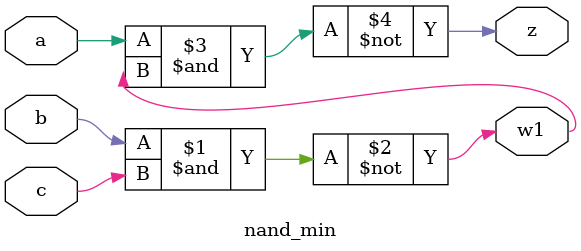
<source format=sv>
module nand_min(w1,z,a,b,c);
  input a,b,c;
  output w1,z;

  nand n1(w1,b,c);
  nand n2(z,a,w1);
  
  
 
endmodule

</source>
